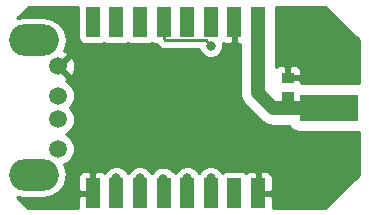
<source format=gtl>
G04 #@! TF.GenerationSoftware,KiCad,Pcbnew,no-vcs-found-a20cce0~59~ubuntu16.04.1*
G04 #@! TF.CreationDate,2017-08-21T15:18:52+01:00*
G04 #@! TF.ProjectId,okgo2usbcontrol,6F6B676F32757362636F6E74726F6C2E,rev?*
G04 #@! TF.SameCoordinates,Original*
G04 #@! TF.FileFunction,Copper,L1,Top,Signal*
G04 #@! TF.FilePolarity,Positive*
%FSLAX46Y46*%
G04 Gerber Fmt 4.6, Leading zero omitted, Abs format (unit mm)*
G04 Created by KiCad (PCBNEW no-vcs-found-a20cce0~59~ubuntu16.04.1) date Mon Aug 21 15:18:52 2017*
%MOMM*%
%LPD*%
G01*
G04 APERTURE LIST*
%ADD10R,1.000000X0.950000*%
%ADD11R,5.000000X2.300000*%
%ADD12R,5.000000X2.400000*%
%ADD13R,1.200000X2.500000*%
%ADD14C,1.500000*%
%ADD15O,4.200000X2.700000*%
%ADD16C,0.800000*%
%ADD17C,0.250000*%
%ADD18C,0.400000*%
%ADD19C,1.200000*%
%ADD20C,0.254000*%
G04 APERTURE END LIST*
D10*
X124500000Y-109500000D03*
X124500000Y-111100000D03*
D11*
X128000000Y-112000000D03*
D12*
X128000000Y-107625000D03*
X128000000Y-116375000D03*
D13*
X108000000Y-119250000D03*
X110000000Y-119250000D03*
X112000000Y-119250000D03*
X114000000Y-119250000D03*
X116000000Y-119250000D03*
X118000000Y-119250000D03*
X120000000Y-119250000D03*
X122000000Y-119250000D03*
X122000000Y-104750000D03*
X120000000Y-104750000D03*
X118000000Y-104750000D03*
X116000000Y-104750000D03*
X114000000Y-104750000D03*
X112000000Y-104750000D03*
X110000000Y-104750000D03*
X108000000Y-104750000D03*
D14*
X105100000Y-115500000D03*
X105100000Y-113000000D03*
X105100000Y-111000000D03*
X105100000Y-108500000D03*
D15*
X103000000Y-117700000D03*
X103000000Y-106300000D03*
D16*
X105100000Y-104100000D03*
X120000000Y-116000000D03*
X120000000Y-115000000D03*
X120000000Y-114000000D03*
X120000000Y-113000000D03*
X120000000Y-112000000D03*
X120000000Y-111000000D03*
X120000000Y-110000000D03*
X120000000Y-109000000D03*
X120000000Y-108000000D03*
X116100000Y-107700000D03*
X106200000Y-119250000D03*
X108200000Y-116950000D03*
X126000000Y-114500000D03*
X129750000Y-114500000D03*
X120000000Y-117000000D03*
X127000000Y-119750000D03*
X126000000Y-109500000D03*
X130000000Y-109500000D03*
X120000000Y-107000000D03*
X127000000Y-104250000D03*
X110000000Y-118000000D03*
X112000000Y-118000000D03*
X113962347Y-118037653D03*
X116000000Y-118000000D03*
X118000000Y-118000000D03*
X118000000Y-106750000D03*
D17*
X110000000Y-118000000D02*
X110000000Y-119000000D01*
X112000000Y-118000000D02*
X112000000Y-119000000D01*
X113962347Y-118037653D02*
X113962347Y-118962347D01*
X113962347Y-118962347D02*
X114000000Y-119000000D01*
X116000000Y-118000000D02*
X116000000Y-119000000D01*
X118000000Y-118000000D02*
X118000000Y-119000000D01*
D18*
X124500000Y-111100000D02*
X124500000Y-111975000D01*
X124500000Y-111975000D02*
X124475000Y-112000000D01*
X124475000Y-112000000D02*
X124300000Y-112000000D01*
D19*
X122000000Y-105000000D02*
X122000000Y-110745002D01*
X122000000Y-110745002D02*
X123254998Y-112000000D01*
X123254998Y-112000000D02*
X124300000Y-112000000D01*
X124300000Y-112000000D02*
X128000000Y-112000000D01*
D17*
X118000000Y-106750000D02*
X117575001Y-106325001D01*
X117575001Y-106325001D02*
X114125001Y-106325001D01*
X114125001Y-106325001D02*
X114000000Y-106200000D01*
X114000000Y-106200000D02*
X114000000Y-105000000D01*
D20*
G36*
X106752560Y-103500000D02*
X106752560Y-106000000D01*
X106801843Y-106247765D01*
X106942191Y-106457809D01*
X107152235Y-106598157D01*
X107400000Y-106647440D01*
X108600000Y-106647440D01*
X108847765Y-106598157D01*
X109000000Y-106496436D01*
X109152235Y-106598157D01*
X109400000Y-106647440D01*
X110600000Y-106647440D01*
X110847765Y-106598157D01*
X111000000Y-106496436D01*
X111152235Y-106598157D01*
X111400000Y-106647440D01*
X112600000Y-106647440D01*
X112847765Y-106598157D01*
X113000000Y-106496436D01*
X113152235Y-106598157D01*
X113400000Y-106647440D01*
X113402489Y-106647440D01*
X113462599Y-106737401D01*
X113587600Y-106862402D01*
X113834162Y-107027149D01*
X114125001Y-107085001D01*
X117018548Y-107085001D01*
X117122058Y-107335515D01*
X117412954Y-107626919D01*
X117793223Y-107784820D01*
X118204971Y-107785179D01*
X118585515Y-107627942D01*
X118876919Y-107337046D01*
X119034820Y-106956777D01*
X119035179Y-106545029D01*
X119026853Y-106524879D01*
X119040301Y-106538327D01*
X119273690Y-106635000D01*
X119714250Y-106635000D01*
X119873000Y-106476250D01*
X119873000Y-104877000D01*
X119853000Y-104877000D01*
X119853000Y-104623000D01*
X119873000Y-104623000D01*
X119873000Y-104603000D01*
X120127000Y-104603000D01*
X120127000Y-104623000D01*
X120147000Y-104623000D01*
X120147000Y-104877000D01*
X120127000Y-104877000D01*
X120127000Y-106476250D01*
X120285750Y-106635000D01*
X120473000Y-106635000D01*
X120473000Y-110745002D01*
X120589236Y-111329360D01*
X120780256Y-111615241D01*
X120920248Y-111824754D01*
X122175246Y-113079752D01*
X122670640Y-113410764D01*
X123254998Y-113527000D01*
X124637010Y-113527000D01*
X124831670Y-113818330D01*
X125138303Y-114023215D01*
X125500000Y-114095161D01*
X130500000Y-114095161D01*
X130540000Y-114087205D01*
X130540000Y-117705908D01*
X127705908Y-120540000D01*
X123235000Y-120540000D01*
X123235000Y-119535750D01*
X123076250Y-119377000D01*
X122127000Y-119377000D01*
X122127000Y-119397000D01*
X121873000Y-119397000D01*
X121873000Y-119377000D01*
X121853000Y-119377000D01*
X121853000Y-119123000D01*
X121873000Y-119123000D01*
X121873000Y-117523750D01*
X122127000Y-117523750D01*
X122127000Y-119123000D01*
X123076250Y-119123000D01*
X123235000Y-118964250D01*
X123235000Y-117873691D01*
X123138327Y-117640302D01*
X122959699Y-117461673D01*
X122726310Y-117365000D01*
X122285750Y-117365000D01*
X122127000Y-117523750D01*
X121873000Y-117523750D01*
X121714250Y-117365000D01*
X121273690Y-117365000D01*
X121040301Y-117461673D01*
X120999047Y-117502927D01*
X120847765Y-117401843D01*
X120600000Y-117352560D01*
X119400000Y-117352560D01*
X119152235Y-117401843D01*
X119000000Y-117503564D01*
X118882235Y-117424875D01*
X118877942Y-117414485D01*
X118587046Y-117123081D01*
X118206777Y-116965180D01*
X117795029Y-116964821D01*
X117414485Y-117122058D01*
X117123081Y-117412954D01*
X117118271Y-117424537D01*
X117000000Y-117503564D01*
X116882235Y-117424875D01*
X116877942Y-117414485D01*
X116587046Y-117123081D01*
X116206777Y-116965180D01*
X115795029Y-116964821D01*
X115414485Y-117122058D01*
X115123081Y-117412954D01*
X115118271Y-117424537D01*
X115000000Y-117503564D01*
X114847765Y-117401843D01*
X114775790Y-117387526D01*
X114549393Y-117160734D01*
X114169124Y-117002833D01*
X113757376Y-117002474D01*
X113376832Y-117159711D01*
X113097924Y-117438133D01*
X113000000Y-117503564D01*
X112882235Y-117424875D01*
X112877942Y-117414485D01*
X112587046Y-117123081D01*
X112206777Y-116965180D01*
X111795029Y-116964821D01*
X111414485Y-117122058D01*
X111123081Y-117412954D01*
X111118271Y-117424537D01*
X111000000Y-117503564D01*
X110882235Y-117424875D01*
X110877942Y-117414485D01*
X110587046Y-117123081D01*
X110206777Y-116965180D01*
X109795029Y-116964821D01*
X109414485Y-117122058D01*
X109123081Y-117412954D01*
X109118271Y-117424537D01*
X109000953Y-117502927D01*
X108959699Y-117461673D01*
X108726310Y-117365000D01*
X108285750Y-117365000D01*
X108127000Y-117523750D01*
X108127000Y-119123000D01*
X108147000Y-119123000D01*
X108147000Y-119377000D01*
X108127000Y-119377000D01*
X108127000Y-119397000D01*
X107873000Y-119397000D01*
X107873000Y-119377000D01*
X106923750Y-119377000D01*
X106765000Y-119535750D01*
X106765000Y-120540000D01*
X102544091Y-120540000D01*
X101563121Y-119559030D01*
X102196418Y-119685000D01*
X103803582Y-119685000D01*
X104563209Y-119533901D01*
X105207189Y-119103607D01*
X105637483Y-118459627D01*
X105754032Y-117873691D01*
X106765000Y-117873691D01*
X106765000Y-118964250D01*
X106923750Y-119123000D01*
X107873000Y-119123000D01*
X107873000Y-117523750D01*
X107714250Y-117365000D01*
X107273690Y-117365000D01*
X107040301Y-117461673D01*
X106861673Y-117640302D01*
X106765000Y-117873691D01*
X105754032Y-117873691D01*
X105788582Y-117700000D01*
X105637483Y-116940373D01*
X105551671Y-116811946D01*
X105883515Y-116674831D01*
X106273461Y-116285564D01*
X106484759Y-115776702D01*
X106485240Y-115225715D01*
X106274831Y-114716485D01*
X105885564Y-114326539D01*
X105701414Y-114250073D01*
X105883515Y-114174831D01*
X106273461Y-113785564D01*
X106484759Y-113276702D01*
X106485240Y-112725715D01*
X106274831Y-112216485D01*
X106058687Y-111999964D01*
X106273461Y-111785564D01*
X106484759Y-111276702D01*
X106485240Y-110725715D01*
X106274831Y-110216485D01*
X105885564Y-109826539D01*
X105717246Y-109756647D01*
X105823923Y-109712460D01*
X105891912Y-109471517D01*
X105100000Y-108679605D01*
X105085858Y-108693748D01*
X104906253Y-108514143D01*
X104920395Y-108500000D01*
X105279605Y-108500000D01*
X106071517Y-109291912D01*
X106312460Y-109223923D01*
X106497201Y-108704829D01*
X106469230Y-108154552D01*
X106312460Y-107776077D01*
X106071517Y-107708088D01*
X105279605Y-108500000D01*
X104920395Y-108500000D01*
X104906253Y-108485858D01*
X105085858Y-108306253D01*
X105100000Y-108320395D01*
X105891912Y-107528483D01*
X105823923Y-107287540D01*
X105550271Y-107190150D01*
X105637483Y-107059627D01*
X105788582Y-106300000D01*
X105637483Y-105540373D01*
X105207189Y-104896393D01*
X104563209Y-104466099D01*
X103803582Y-104315000D01*
X102196418Y-104315000D01*
X101607255Y-104432192D01*
X102579447Y-103460000D01*
X106760516Y-103460000D01*
X106752560Y-103500000D01*
X106752560Y-103500000D01*
G37*
X106752560Y-103500000D02*
X106752560Y-106000000D01*
X106801843Y-106247765D01*
X106942191Y-106457809D01*
X107152235Y-106598157D01*
X107400000Y-106647440D01*
X108600000Y-106647440D01*
X108847765Y-106598157D01*
X109000000Y-106496436D01*
X109152235Y-106598157D01*
X109400000Y-106647440D01*
X110600000Y-106647440D01*
X110847765Y-106598157D01*
X111000000Y-106496436D01*
X111152235Y-106598157D01*
X111400000Y-106647440D01*
X112600000Y-106647440D01*
X112847765Y-106598157D01*
X113000000Y-106496436D01*
X113152235Y-106598157D01*
X113400000Y-106647440D01*
X113402489Y-106647440D01*
X113462599Y-106737401D01*
X113587600Y-106862402D01*
X113834162Y-107027149D01*
X114125001Y-107085001D01*
X117018548Y-107085001D01*
X117122058Y-107335515D01*
X117412954Y-107626919D01*
X117793223Y-107784820D01*
X118204971Y-107785179D01*
X118585515Y-107627942D01*
X118876919Y-107337046D01*
X119034820Y-106956777D01*
X119035179Y-106545029D01*
X119026853Y-106524879D01*
X119040301Y-106538327D01*
X119273690Y-106635000D01*
X119714250Y-106635000D01*
X119873000Y-106476250D01*
X119873000Y-104877000D01*
X119853000Y-104877000D01*
X119853000Y-104623000D01*
X119873000Y-104623000D01*
X119873000Y-104603000D01*
X120127000Y-104603000D01*
X120127000Y-104623000D01*
X120147000Y-104623000D01*
X120147000Y-104877000D01*
X120127000Y-104877000D01*
X120127000Y-106476250D01*
X120285750Y-106635000D01*
X120473000Y-106635000D01*
X120473000Y-110745002D01*
X120589236Y-111329360D01*
X120780256Y-111615241D01*
X120920248Y-111824754D01*
X122175246Y-113079752D01*
X122670640Y-113410764D01*
X123254998Y-113527000D01*
X124637010Y-113527000D01*
X124831670Y-113818330D01*
X125138303Y-114023215D01*
X125500000Y-114095161D01*
X130500000Y-114095161D01*
X130540000Y-114087205D01*
X130540000Y-117705908D01*
X127705908Y-120540000D01*
X123235000Y-120540000D01*
X123235000Y-119535750D01*
X123076250Y-119377000D01*
X122127000Y-119377000D01*
X122127000Y-119397000D01*
X121873000Y-119397000D01*
X121873000Y-119377000D01*
X121853000Y-119377000D01*
X121853000Y-119123000D01*
X121873000Y-119123000D01*
X121873000Y-117523750D01*
X122127000Y-117523750D01*
X122127000Y-119123000D01*
X123076250Y-119123000D01*
X123235000Y-118964250D01*
X123235000Y-117873691D01*
X123138327Y-117640302D01*
X122959699Y-117461673D01*
X122726310Y-117365000D01*
X122285750Y-117365000D01*
X122127000Y-117523750D01*
X121873000Y-117523750D01*
X121714250Y-117365000D01*
X121273690Y-117365000D01*
X121040301Y-117461673D01*
X120999047Y-117502927D01*
X120847765Y-117401843D01*
X120600000Y-117352560D01*
X119400000Y-117352560D01*
X119152235Y-117401843D01*
X119000000Y-117503564D01*
X118882235Y-117424875D01*
X118877942Y-117414485D01*
X118587046Y-117123081D01*
X118206777Y-116965180D01*
X117795029Y-116964821D01*
X117414485Y-117122058D01*
X117123081Y-117412954D01*
X117118271Y-117424537D01*
X117000000Y-117503564D01*
X116882235Y-117424875D01*
X116877942Y-117414485D01*
X116587046Y-117123081D01*
X116206777Y-116965180D01*
X115795029Y-116964821D01*
X115414485Y-117122058D01*
X115123081Y-117412954D01*
X115118271Y-117424537D01*
X115000000Y-117503564D01*
X114847765Y-117401843D01*
X114775790Y-117387526D01*
X114549393Y-117160734D01*
X114169124Y-117002833D01*
X113757376Y-117002474D01*
X113376832Y-117159711D01*
X113097924Y-117438133D01*
X113000000Y-117503564D01*
X112882235Y-117424875D01*
X112877942Y-117414485D01*
X112587046Y-117123081D01*
X112206777Y-116965180D01*
X111795029Y-116964821D01*
X111414485Y-117122058D01*
X111123081Y-117412954D01*
X111118271Y-117424537D01*
X111000000Y-117503564D01*
X110882235Y-117424875D01*
X110877942Y-117414485D01*
X110587046Y-117123081D01*
X110206777Y-116965180D01*
X109795029Y-116964821D01*
X109414485Y-117122058D01*
X109123081Y-117412954D01*
X109118271Y-117424537D01*
X109000953Y-117502927D01*
X108959699Y-117461673D01*
X108726310Y-117365000D01*
X108285750Y-117365000D01*
X108127000Y-117523750D01*
X108127000Y-119123000D01*
X108147000Y-119123000D01*
X108147000Y-119377000D01*
X108127000Y-119377000D01*
X108127000Y-119397000D01*
X107873000Y-119397000D01*
X107873000Y-119377000D01*
X106923750Y-119377000D01*
X106765000Y-119535750D01*
X106765000Y-120540000D01*
X102544091Y-120540000D01*
X101563121Y-119559030D01*
X102196418Y-119685000D01*
X103803582Y-119685000D01*
X104563209Y-119533901D01*
X105207189Y-119103607D01*
X105637483Y-118459627D01*
X105754032Y-117873691D01*
X106765000Y-117873691D01*
X106765000Y-118964250D01*
X106923750Y-119123000D01*
X107873000Y-119123000D01*
X107873000Y-117523750D01*
X107714250Y-117365000D01*
X107273690Y-117365000D01*
X107040301Y-117461673D01*
X106861673Y-117640302D01*
X106765000Y-117873691D01*
X105754032Y-117873691D01*
X105788582Y-117700000D01*
X105637483Y-116940373D01*
X105551671Y-116811946D01*
X105883515Y-116674831D01*
X106273461Y-116285564D01*
X106484759Y-115776702D01*
X106485240Y-115225715D01*
X106274831Y-114716485D01*
X105885564Y-114326539D01*
X105701414Y-114250073D01*
X105883515Y-114174831D01*
X106273461Y-113785564D01*
X106484759Y-113276702D01*
X106485240Y-112725715D01*
X106274831Y-112216485D01*
X106058687Y-111999964D01*
X106273461Y-111785564D01*
X106484759Y-111276702D01*
X106485240Y-110725715D01*
X106274831Y-110216485D01*
X105885564Y-109826539D01*
X105717246Y-109756647D01*
X105823923Y-109712460D01*
X105891912Y-109471517D01*
X105100000Y-108679605D01*
X105085858Y-108693748D01*
X104906253Y-108514143D01*
X104920395Y-108500000D01*
X105279605Y-108500000D01*
X106071517Y-109291912D01*
X106312460Y-109223923D01*
X106497201Y-108704829D01*
X106469230Y-108154552D01*
X106312460Y-107776077D01*
X106071517Y-107708088D01*
X105279605Y-108500000D01*
X104920395Y-108500000D01*
X104906253Y-108485858D01*
X105085858Y-108306253D01*
X105100000Y-108320395D01*
X105891912Y-107528483D01*
X105823923Y-107287540D01*
X105550271Y-107190150D01*
X105637483Y-107059627D01*
X105788582Y-106300000D01*
X105637483Y-105540373D01*
X105207189Y-104896393D01*
X104563209Y-104466099D01*
X103803582Y-104315000D01*
X102196418Y-104315000D01*
X101607255Y-104432192D01*
X102579447Y-103460000D01*
X106760516Y-103460000D01*
X106752560Y-103500000D01*
G36*
X130540000Y-106294092D02*
X130540000Y-109912795D01*
X130500000Y-109904839D01*
X125635000Y-109904839D01*
X125635000Y-109785750D01*
X125476250Y-109627000D01*
X124627000Y-109627000D01*
X124627000Y-109647000D01*
X124373000Y-109647000D01*
X124373000Y-109627000D01*
X124353000Y-109627000D01*
X124353000Y-109373000D01*
X124373000Y-109373000D01*
X124373000Y-108548750D01*
X124627000Y-108548750D01*
X124627000Y-109373000D01*
X125476250Y-109373000D01*
X125635000Y-109214250D01*
X125635000Y-108898691D01*
X125538327Y-108665302D01*
X125359699Y-108486673D01*
X125126310Y-108390000D01*
X124785750Y-108390000D01*
X124627000Y-108548750D01*
X124373000Y-108548750D01*
X124214250Y-108390000D01*
X123873690Y-108390000D01*
X123640301Y-108486673D01*
X123527000Y-108599975D01*
X123527000Y-106091302D01*
X123545161Y-106000000D01*
X123545161Y-103500000D01*
X123537205Y-103460000D01*
X127705908Y-103460000D01*
X130540000Y-106294092D01*
X130540000Y-106294092D01*
G37*
X130540000Y-106294092D02*
X130540000Y-109912795D01*
X130500000Y-109904839D01*
X125635000Y-109904839D01*
X125635000Y-109785750D01*
X125476250Y-109627000D01*
X124627000Y-109627000D01*
X124627000Y-109647000D01*
X124373000Y-109647000D01*
X124373000Y-109627000D01*
X124353000Y-109627000D01*
X124353000Y-109373000D01*
X124373000Y-109373000D01*
X124373000Y-108548750D01*
X124627000Y-108548750D01*
X124627000Y-109373000D01*
X125476250Y-109373000D01*
X125635000Y-109214250D01*
X125635000Y-108898691D01*
X125538327Y-108665302D01*
X125359699Y-108486673D01*
X125126310Y-108390000D01*
X124785750Y-108390000D01*
X124627000Y-108548750D01*
X124373000Y-108548750D01*
X124214250Y-108390000D01*
X123873690Y-108390000D01*
X123640301Y-108486673D01*
X123527000Y-108599975D01*
X123527000Y-106091302D01*
X123545161Y-106000000D01*
X123545161Y-103500000D01*
X123537205Y-103460000D01*
X127705908Y-103460000D01*
X130540000Y-106294092D01*
M02*

</source>
